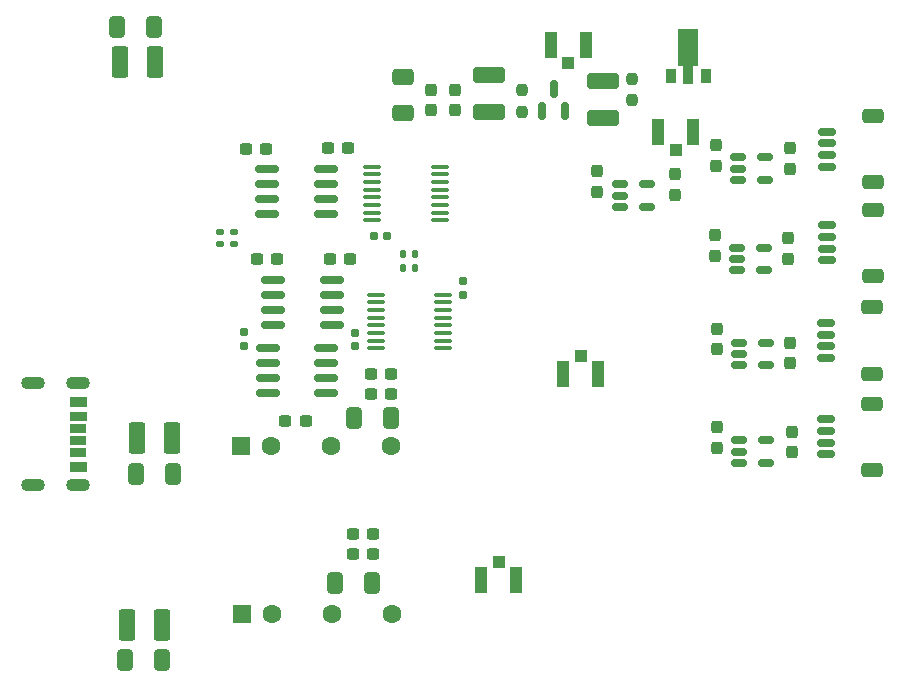
<source format=gbr>
%TF.GenerationSoftware,KiCad,Pcbnew,7.0.9*%
%TF.CreationDate,2024-10-16T13:59:32-06:00*%
%TF.ProjectId,uart_mux_v3,75617274-5f6d-4757-985f-76332e6b6963,rev?*%
%TF.SameCoordinates,Original*%
%TF.FileFunction,Paste,Top*%
%TF.FilePolarity,Positive*%
%FSLAX46Y46*%
G04 Gerber Fmt 4.6, Leading zero omitted, Abs format (unit mm)*
G04 Created by KiCad (PCBNEW 7.0.9) date 2024-10-16 13:59:32*
%MOMM*%
%LPD*%
G01*
G04 APERTURE LIST*
G04 Aperture macros list*
%AMRoundRect*
0 Rectangle with rounded corners*
0 $1 Rounding radius*
0 $2 $3 $4 $5 $6 $7 $8 $9 X,Y pos of 4 corners*
0 Add a 4 corners polygon primitive as box body*
4,1,4,$2,$3,$4,$5,$6,$7,$8,$9,$2,$3,0*
0 Add four circle primitives for the rounded corners*
1,1,$1+$1,$2,$3*
1,1,$1+$1,$4,$5*
1,1,$1+$1,$6,$7*
1,1,$1+$1,$8,$9*
0 Add four rect primitives between the rounded corners*
20,1,$1+$1,$2,$3,$4,$5,0*
20,1,$1+$1,$4,$5,$6,$7,0*
20,1,$1+$1,$6,$7,$8,$9,0*
20,1,$1+$1,$8,$9,$2,$3,0*%
%AMFreePoly0*
4,1,9,3.862500,-0.866500,0.737500,-0.866500,0.737500,-0.450000,-0.737500,-0.450000,-0.737500,0.450000,0.737500,0.450000,0.737500,0.866500,3.862500,0.866500,3.862500,-0.866500,3.862500,-0.866500,$1*%
G04 Aperture macros list end*
%ADD10RoundRect,0.155000X0.212500X0.155000X-0.212500X0.155000X-0.212500X-0.155000X0.212500X-0.155000X0*%
%ADD11RoundRect,0.150000X0.625000X-0.150000X0.625000X0.150000X-0.625000X0.150000X-0.625000X-0.150000X0*%
%ADD12RoundRect,0.250000X0.650000X-0.350000X0.650000X0.350000X-0.650000X0.350000X-0.650000X-0.350000X0*%
%ADD13R,1.000000X1.050000*%
%ADD14R,1.050000X2.200000*%
%ADD15RoundRect,0.100000X0.637500X0.100000X-0.637500X0.100000X-0.637500X-0.100000X0.637500X-0.100000X0*%
%ADD16RoundRect,0.237500X0.300000X0.237500X-0.300000X0.237500X-0.300000X-0.237500X0.300000X-0.237500X0*%
%ADD17RoundRect,0.100000X-0.637500X-0.100000X0.637500X-0.100000X0.637500X0.100000X-0.637500X0.100000X0*%
%ADD18RoundRect,0.237500X-0.237500X0.300000X-0.237500X-0.300000X0.237500X-0.300000X0.237500X0.300000X0*%
%ADD19RoundRect,0.237500X-0.300000X-0.237500X0.300000X-0.237500X0.300000X0.237500X-0.300000X0.237500X0*%
%ADD20RoundRect,0.237500X-0.237500X0.250000X-0.237500X-0.250000X0.237500X-0.250000X0.237500X0.250000X0*%
%ADD21RoundRect,0.150000X-0.512500X-0.150000X0.512500X-0.150000X0.512500X0.150000X-0.512500X0.150000X0*%
%ADD22RoundRect,0.135000X0.135000X0.185000X-0.135000X0.185000X-0.135000X-0.185000X0.135000X-0.185000X0*%
%ADD23RoundRect,0.250000X-0.412500X-0.650000X0.412500X-0.650000X0.412500X0.650000X-0.412500X0.650000X0*%
%ADD24R,1.600000X1.600000*%
%ADD25C,1.600000*%
%ADD26RoundRect,0.250001X0.462499X1.074999X-0.462499X1.074999X-0.462499X-1.074999X0.462499X-1.074999X0*%
%ADD27RoundRect,0.250000X0.412500X0.650000X-0.412500X0.650000X-0.412500X-0.650000X0.412500X-0.650000X0*%
%ADD28R,0.900000X1.300000*%
%ADD29FreePoly0,90.000000*%
%ADD30RoundRect,0.155000X0.155000X-0.212500X0.155000X0.212500X-0.155000X0.212500X-0.155000X-0.212500X0*%
%ADD31RoundRect,0.150000X-0.825000X-0.150000X0.825000X-0.150000X0.825000X0.150000X-0.825000X0.150000X0*%
%ADD32RoundRect,0.250000X1.100000X-0.412500X1.100000X0.412500X-1.100000X0.412500X-1.100000X-0.412500X0*%
%ADD33RoundRect,0.135000X0.185000X-0.135000X0.185000X0.135000X-0.185000X0.135000X-0.185000X-0.135000X0*%
%ADD34O,2.000000X1.100000*%
%ADD35R,1.400000X0.800000*%
%ADD36RoundRect,0.150000X0.150000X-0.587500X0.150000X0.587500X-0.150000X0.587500X-0.150000X-0.587500X0*%
%ADD37RoundRect,0.250000X0.650000X-0.412500X0.650000X0.412500X-0.650000X0.412500X-0.650000X-0.412500X0*%
G04 APERTURE END LIST*
%TO.C,J1*%
G36*
X95702000Y-94150000D02*
G01*
X94302000Y-94150000D01*
X94302000Y-93350000D01*
X95702000Y-93350000D01*
X95702000Y-94150000D01*
G37*
G36*
X95704000Y-95380000D02*
G01*
X94304000Y-95380000D01*
X94304000Y-94580000D01*
X95704000Y-94580000D01*
X95704000Y-95380000D01*
G37*
G36*
X95700000Y-96400000D02*
G01*
X94300000Y-96400000D01*
X94300000Y-95600000D01*
X95700000Y-95600000D01*
X95700000Y-96400000D01*
G37*
G36*
X95700000Y-97400000D02*
G01*
X94300000Y-97400000D01*
X94300000Y-96600000D01*
X95700000Y-96600000D01*
X95700000Y-97400000D01*
G37*
G36*
X95701000Y-98420000D02*
G01*
X94301000Y-98420000D01*
X94301000Y-97620000D01*
X95701000Y-97620000D01*
X95701000Y-98420000D01*
G37*
G36*
X95702000Y-99650000D02*
G01*
X94302000Y-99650000D01*
X94302000Y-98850000D01*
X95702000Y-98850000D01*
X95702000Y-99650000D01*
G37*
%TD*%
D10*
%TO.C,C1*%
X121168691Y-79709250D03*
X120033691Y-79709250D03*
%TD*%
D11*
%TO.C,J5*%
X158375000Y-73862500D03*
X158375000Y-72862500D03*
X158375000Y-71862500D03*
X158375000Y-70862500D03*
D12*
X162250000Y-75162500D03*
X162250000Y-69562500D03*
%TD*%
D11*
%TO.C,J3*%
X158375000Y-81762500D03*
X158375000Y-80762500D03*
X158375000Y-79762500D03*
X158375000Y-78762500D03*
D12*
X162250000Y-83062500D03*
X162250000Y-77462500D03*
%TD*%
D11*
%TO.C,J4*%
X158325000Y-90050000D03*
X158325000Y-89050000D03*
X158325000Y-88050000D03*
X158325000Y-87050000D03*
D12*
X162200000Y-91350000D03*
X162200000Y-85750000D03*
%TD*%
D11*
%TO.C,J2*%
X158325000Y-98200000D03*
X158325000Y-97200000D03*
X158325000Y-96200000D03*
X158325000Y-95200000D03*
D12*
X162200000Y-99500000D03*
X162200000Y-93900000D03*
%TD*%
D13*
%TO.C,J7*%
X145600000Y-72400000D03*
D14*
X144125000Y-70875000D03*
X147075000Y-70875000D03*
%TD*%
D15*
%TO.C,U2*%
X125638691Y-78384250D03*
X125638691Y-77734250D03*
X125638691Y-77084250D03*
X125638691Y-76434250D03*
X125638691Y-75784250D03*
X125638691Y-75134250D03*
X125638691Y-74484250D03*
X125638691Y-73834250D03*
X119913691Y-73834250D03*
X119913691Y-74484250D03*
X119913691Y-75134250D03*
X119913691Y-75784250D03*
X119913691Y-76434250D03*
X119913691Y-77084250D03*
X119913691Y-77734250D03*
X119913691Y-78384250D03*
%TD*%
D16*
%TO.C,C4*%
X111837500Y-81637500D03*
X110112500Y-81637500D03*
%TD*%
%TO.C,C6*%
X118037500Y-81637500D03*
X116312500Y-81637500D03*
%TD*%
%TO.C,C7*%
X117837500Y-72237500D03*
X116112500Y-72237500D03*
%TD*%
%TO.C,C5*%
X110937500Y-72337500D03*
X109212500Y-72337500D03*
%TD*%
D13*
%TO.C,J6*%
X136475000Y-65030000D03*
D14*
X135000000Y-63505000D03*
X137950000Y-63505000D03*
%TD*%
D17*
%TO.C,U3*%
X120176191Y-84659250D03*
X120176191Y-85309250D03*
X120176191Y-85959250D03*
X120176191Y-86609250D03*
X120176191Y-87259250D03*
X120176191Y-87909250D03*
X120176191Y-88559250D03*
X120176191Y-89209250D03*
X125901191Y-89209250D03*
X125901191Y-88559250D03*
X125901191Y-87909250D03*
X125901191Y-87259250D03*
X125901191Y-86609250D03*
X125901191Y-85959250D03*
X125901191Y-85309250D03*
X125901191Y-84659250D03*
%TD*%
D18*
%TO.C,C12*%
X126875000Y-67325000D03*
X126875000Y-69050000D03*
%TD*%
D19*
%TO.C,C24*%
X118275000Y-106600000D03*
X120000000Y-106600000D03*
%TD*%
D20*
%TO.C,R2*%
X141900000Y-66387500D03*
X141900000Y-68212500D03*
%TD*%
D21*
%TO.C,U9*%
X150862500Y-73037500D03*
X150862500Y-73987500D03*
X150862500Y-74937500D03*
X153137500Y-74937500D03*
X153137500Y-73037500D03*
%TD*%
D19*
%TO.C,C27*%
X119775000Y-91400000D03*
X121500000Y-91400000D03*
%TD*%
D22*
%TO.C,R6*%
X123510000Y-82400000D03*
X122490000Y-82400000D03*
%TD*%
D23*
%TO.C,C9*%
X98275000Y-62000000D03*
X101400000Y-62000000D03*
%TD*%
D24*
%TO.C,PS2*%
X108780000Y-97475000D03*
D25*
X111320000Y-97475000D03*
X116400000Y-97475000D03*
X121480000Y-97475000D03*
%TD*%
D22*
%TO.C,R5*%
X123530000Y-81190000D03*
X122510000Y-81190000D03*
%TD*%
D18*
%TO.C,C31*%
X148900000Y-79650000D03*
X148900000Y-81375000D03*
%TD*%
D26*
%TO.C,L3*%
X102100000Y-112600000D03*
X99125000Y-112600000D03*
%TD*%
D27*
%TO.C,C22*%
X119870000Y-109050000D03*
X116745000Y-109050000D03*
%TD*%
D28*
%TO.C,Q2*%
X145150000Y-66150000D03*
D29*
X146650000Y-66062500D03*
D28*
X148150000Y-66150000D03*
%TD*%
D21*
%TO.C,U12*%
X150975000Y-97012500D03*
X150975000Y-97962500D03*
X150975000Y-98912500D03*
X153250000Y-98912500D03*
X153250000Y-97012500D03*
%TD*%
D26*
%TO.C,L2*%
X102975000Y-96780000D03*
X100000000Y-96780000D03*
%TD*%
D13*
%TO.C,J8*%
X137550000Y-89825000D03*
D14*
X139025000Y-91350000D03*
X136075000Y-91350000D03*
%TD*%
D19*
%TO.C,C28*%
X118275000Y-104900000D03*
X120000000Y-104900000D03*
%TD*%
D18*
%TO.C,C20*%
X149100000Y-87562500D03*
X149100000Y-89287500D03*
%TD*%
D30*
%TO.C,C2*%
X127576191Y-84676750D03*
X127576191Y-83541750D03*
%TD*%
D31*
%TO.C,U6*%
X111025000Y-74027500D03*
X111025000Y-75297500D03*
X111025000Y-76567500D03*
X111025000Y-77837500D03*
X115975000Y-77837500D03*
X115975000Y-76567500D03*
X115975000Y-75297500D03*
X115975000Y-74027500D03*
%TD*%
%TO.C,U5*%
X111525000Y-83427500D03*
X111525000Y-84697500D03*
X111525000Y-85967500D03*
X111525000Y-87237500D03*
X116475000Y-87237500D03*
X116475000Y-85967500D03*
X116475000Y-84697500D03*
X116475000Y-83427500D03*
%TD*%
D32*
%TO.C,C13*%
X129800000Y-69212500D03*
X129800000Y-66087500D03*
%TD*%
D33*
%TO.C,R3*%
X108200000Y-80420000D03*
X108200000Y-79400000D03*
%TD*%
D18*
%TO.C,C32*%
X149050000Y-95887500D03*
X149050000Y-97612500D03*
%TD*%
D20*
%TO.C,R1*%
X132600000Y-67337500D03*
X132600000Y-69162500D03*
%TD*%
D21*
%TO.C,U8*%
X140900000Y-75337500D03*
X140900000Y-76287500D03*
X140900000Y-77237500D03*
X143175000Y-77237500D03*
X143175000Y-75337500D03*
%TD*%
D33*
%TO.C,R4*%
X107000000Y-80420000D03*
X107000000Y-79400000D03*
%TD*%
D23*
%TO.C,C17*%
X99862500Y-99830000D03*
X102987500Y-99830000D03*
%TD*%
D18*
%TO.C,C33*%
X155100000Y-79887500D03*
X155100000Y-81612500D03*
%TD*%
D34*
%TO.C,J1*%
X95002000Y-92180000D03*
X91202000Y-92180000D03*
X95002000Y-100820000D03*
X91202000Y-100820000D03*
D35*
X95000000Y-96000000D03*
X95001000Y-98020000D03*
X95002000Y-99250000D03*
X95000000Y-97000000D03*
X95004000Y-94980000D03*
X95002000Y-93750000D03*
%TD*%
D18*
%TO.C,C14*%
X138950000Y-74237500D03*
X138950000Y-75962500D03*
%TD*%
D32*
%TO.C,C16*%
X139400000Y-69712500D03*
X139400000Y-66587500D03*
%TD*%
D21*
%TO.C,U10*%
X150962500Y-88737500D03*
X150962500Y-89687500D03*
X150962500Y-90637500D03*
X153237500Y-90637500D03*
X153237500Y-88737500D03*
%TD*%
D26*
%TO.C,L1*%
X101487500Y-65000000D03*
X98512500Y-65000000D03*
%TD*%
D30*
%TO.C,C8*%
X118400000Y-89035000D03*
X118400000Y-87900000D03*
%TD*%
D24*
%TO.C,PS3*%
X108880000Y-111675000D03*
D25*
X111420000Y-111675000D03*
X116500000Y-111675000D03*
X121580000Y-111675000D03*
%TD*%
D18*
%TO.C,C11*%
X124850000Y-67337500D03*
X124850000Y-69062500D03*
%TD*%
D31*
%TO.C,U7*%
X111050000Y-89190000D03*
X111050000Y-90460000D03*
X111050000Y-91730000D03*
X111050000Y-93000000D03*
X116000000Y-93000000D03*
X116000000Y-91730000D03*
X116000000Y-90460000D03*
X116000000Y-89190000D03*
%TD*%
D21*
%TO.C,U11*%
X150800000Y-80712500D03*
X150800000Y-81662500D03*
X150800000Y-82612500D03*
X153075000Y-82612500D03*
X153075000Y-80712500D03*
%TD*%
D36*
%TO.C,Q1*%
X134300000Y-69150000D03*
X136200000Y-69150000D03*
X135250000Y-67275000D03*
%TD*%
D18*
%TO.C,C26*%
X155300000Y-88725000D03*
X155300000Y-90450000D03*
%TD*%
%TO.C,C19*%
X149000000Y-72025000D03*
X149000000Y-73750000D03*
%TD*%
D23*
%TO.C,C18*%
X98975000Y-115600000D03*
X102100000Y-115600000D03*
%TD*%
D18*
%TO.C,C25*%
X155300000Y-72287500D03*
X155300000Y-74012500D03*
%TD*%
D13*
%TO.C,J9*%
X130600000Y-107300000D03*
D14*
X132075000Y-108825000D03*
X129125000Y-108825000D03*
%TD*%
D19*
%TO.C,C37*%
X112537500Y-95400000D03*
X114262500Y-95400000D03*
%TD*%
D37*
%TO.C,C10*%
X122525000Y-69325000D03*
X122525000Y-66200000D03*
%TD*%
D18*
%TO.C,C15*%
X145500000Y-74475000D03*
X145500000Y-76200000D03*
%TD*%
D19*
%TO.C,C23*%
X119775000Y-93100000D03*
X121500000Y-93100000D03*
%TD*%
D30*
%TO.C,C3*%
X109000000Y-89000000D03*
X109000000Y-87865000D03*
%TD*%
D27*
%TO.C,C21*%
X121500000Y-95100000D03*
X118375000Y-95100000D03*
%TD*%
D18*
%TO.C,C34*%
X155450000Y-96287500D03*
X155450000Y-98012500D03*
%TD*%
M02*

</source>
